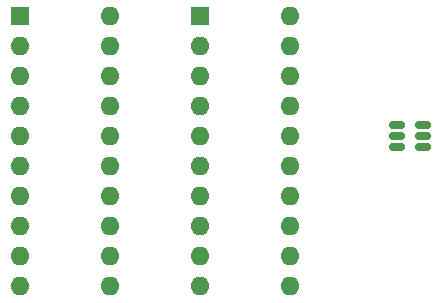
<source format=gbr>
%TF.GenerationSoftware,KiCad,Pcbnew,(6.0.7)*%
%TF.CreationDate,2022-08-17T10:28:51+09:00*%
%TF.ProjectId,demo_p02,64656d6f-5f70-4303-922e-6b696361645f,rev?*%
%TF.SameCoordinates,Original*%
%TF.FileFunction,Soldermask,Top*%
%TF.FilePolarity,Negative*%
%FSLAX46Y46*%
G04 Gerber Fmt 4.6, Leading zero omitted, Abs format (unit mm)*
G04 Created by KiCad (PCBNEW (6.0.7)) date 2022-08-17 10:28:51*
%MOMM*%
%LPD*%
G01*
G04 APERTURE LIST*
G04 Aperture macros list*
%AMRoundRect*
0 Rectangle with rounded corners*
0 $1 Rounding radius*
0 $2 $3 $4 $5 $6 $7 $8 $9 X,Y pos of 4 corners*
0 Add a 4 corners polygon primitive as box body*
4,1,4,$2,$3,$4,$5,$6,$7,$8,$9,$2,$3,0*
0 Add four circle primitives for the rounded corners*
1,1,$1+$1,$2,$3*
1,1,$1+$1,$4,$5*
1,1,$1+$1,$6,$7*
1,1,$1+$1,$8,$9*
0 Add four rect primitives between the rounded corners*
20,1,$1+$1,$2,$3,$4,$5,0*
20,1,$1+$1,$4,$5,$6,$7,0*
20,1,$1+$1,$6,$7,$8,$9,0*
20,1,$1+$1,$8,$9,$2,$3,0*%
G04 Aperture macros list end*
%ADD10R,1.600000X1.600000*%
%ADD11O,1.600000X1.600000*%
%ADD12RoundRect,0.150000X-0.512500X-0.150000X0.512500X-0.150000X0.512500X0.150000X-0.512500X0.150000X0*%
G04 APERTURE END LIST*
D10*
%TO.C,U3*%
X97790000Y-69850000D03*
D11*
X97790000Y-72390000D03*
X97790000Y-74930000D03*
X97790000Y-77470000D03*
X97790000Y-80010000D03*
X97790000Y-82550000D03*
X97790000Y-85090000D03*
X97790000Y-87630000D03*
X97790000Y-90170000D03*
X97790000Y-92710000D03*
X105410000Y-92710000D03*
X105410000Y-90170000D03*
X105410000Y-87630000D03*
X105410000Y-85090000D03*
X105410000Y-82550000D03*
X105410000Y-80010000D03*
X105410000Y-77470000D03*
X105410000Y-74930000D03*
X105410000Y-72390000D03*
X105410000Y-69850000D03*
%TD*%
D10*
%TO.C,U2*%
X113040000Y-69855000D03*
D11*
X113040000Y-72395000D03*
X113040000Y-74935000D03*
X113040000Y-77475000D03*
X113040000Y-80015000D03*
X113040000Y-82555000D03*
X113040000Y-85095000D03*
X113040000Y-87635000D03*
X113040000Y-90175000D03*
X113040000Y-92715000D03*
X120660000Y-92715000D03*
X120660000Y-90175000D03*
X120660000Y-87635000D03*
X120660000Y-85095000D03*
X120660000Y-82555000D03*
X120660000Y-80015000D03*
X120660000Y-77475000D03*
X120660000Y-74935000D03*
X120660000Y-72395000D03*
X120660000Y-69855000D03*
%TD*%
D12*
%TO.C,U1*%
X129672500Y-79060000D03*
X129672500Y-80010000D03*
X129672500Y-80960000D03*
X131947500Y-80960000D03*
X131947500Y-80010000D03*
X131947500Y-79060000D03*
%TD*%
M02*

</source>
